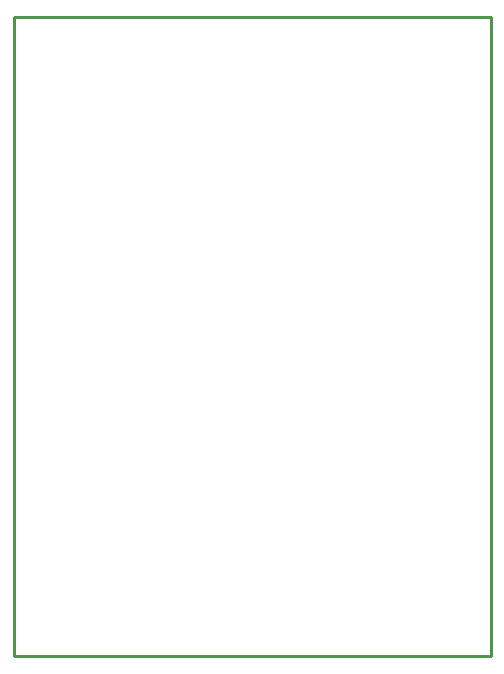
<source format=gko>
G04 Layer_Color=16711935*
%FSLAX25Y25*%
%MOIN*%
G70*
G01*
G75*
%ADD19C,0.01000*%
D19*
X0Y0D02*
X159000D01*
Y213000D01*
X0D02*
X159000D01*
X0Y0D02*
Y213000D01*
M02*

</source>
